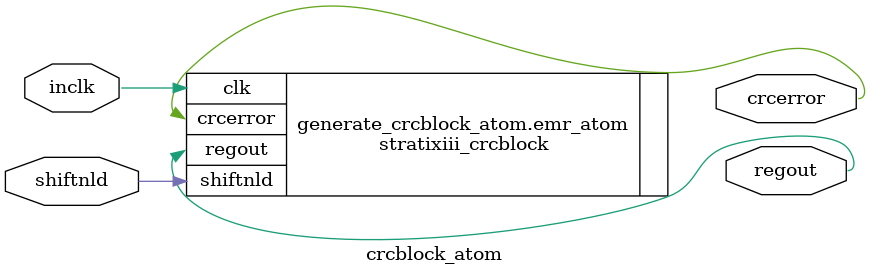
<source format=v>



/*
 Low level modules used by both alt_adv_seu_detection_proc_int and alt_adv_seu_detection_proc_ext modules
*/
module oneshot (
	clk,
	reset,
	in,
	out
	);

	input clk;
	input reset;
	input in;
	output out;

	reg last /* synthesis preserve */;
	always @(posedge clk or posedge reset)
	begin
		if (reset)
			last = 1'b0;
		else
			last = in;
	end
	assign out = ~last && in;
	
endmodule

module source_probe (
	probe,
	source
	);

	parameter width = 1;
	input [width-1:0] probe;
	output [width-1:0] source;
	
	parameter instance_id = "NONE";

	altsource_probe altsource_probe_component (
							.probe (probe),
							.source (source)
							);
	defparam
	altsource_probe_component.enable_metastability = "NO",
	altsource_probe_component.instance_id = instance_id,
	altsource_probe_component.probe_width = width,
	altsource_probe_component.sld_auto_instance_index = "YES",
	altsource_probe_component.sld_instance_index = 0,
	altsource_probe_component.source_initial_value = "0",
	altsource_probe_component.source_width = width;
endmodule

module probe (
	probe
	);

	parameter width = 1;
	input [width-1:0] probe;
	
	parameter instance_id = "NONE";

	altsource_probe altsource_probe_component (
							.probe (probe)
							);
	defparam
	altsource_probe_component.enable_metastability = "NO",
	altsource_probe_component.instance_id = instance_id,
	altsource_probe_component.probe_width = width,
	altsource_probe_component.sld_auto_instance_index = "YES",
	altsource_probe_component.sld_instance_index = 0,
	altsource_probe_component.source_initial_value = "0",
	altsource_probe_component.source_width = 0;
endmodule

module crcblock_atom (
	inclk,
	crcerror,
	regout,
	shiftnld	
	);
	
	parameter intended_device_family = "Stratix III";
	parameter error_clock_divisor = 2;
	parameter error_delay_cycles = 0;

	input wire inclk;
	input wire shiftnld;
	
	output wire crcerror;
	output wire regout;

	generate
		if  ( (intended_device_family == "Stratix III") ||
			  (intended_device_family == "Arria II GZ") ||
			  (intended_device_family == "Arria II GX") ||
			  (intended_device_family == "Stratix IV") ) begin: generate_crcblock_atom
			stratixiii_crcblock emr_atom (
					.clk(inclk),
					.shiftnld(shiftnld),
					.regout(regout),
					.crcerror(crcerror)
				);
			defparam
				emr_atom.error_delay = error_delay_cycles,
				emr_atom.oscillator_divider = error_clock_divisor;
		end
		else if ( (intended_device_family == "Arria V") ||
				  (intended_device_family == "Cyclone V") ) begin: generate_crcblock_atom
			arriav_crcblock emr_atom (
					.clk(inclk),
					.shiftnld(shiftnld),
					.regout(regout),
					.crcerror(crcerror)
				);
			defparam
				emr_atom.error_delay = error_delay_cycles,
				emr_atom.oscillator_divider = error_clock_divisor;
		end
		else begin: generate_crcblock_atom
			stratixv_crcblock emr_atom (
					.clk(inclk),
					.shiftnld(shiftnld),
					.regout(regout),
					.crcerror(crcerror)
				);
			defparam
				emr_atom.error_delay = error_delay_cycles,
				emr_atom.oscillator_divider = error_clock_divisor;
		end
	endgenerate			

endmodule

</source>
